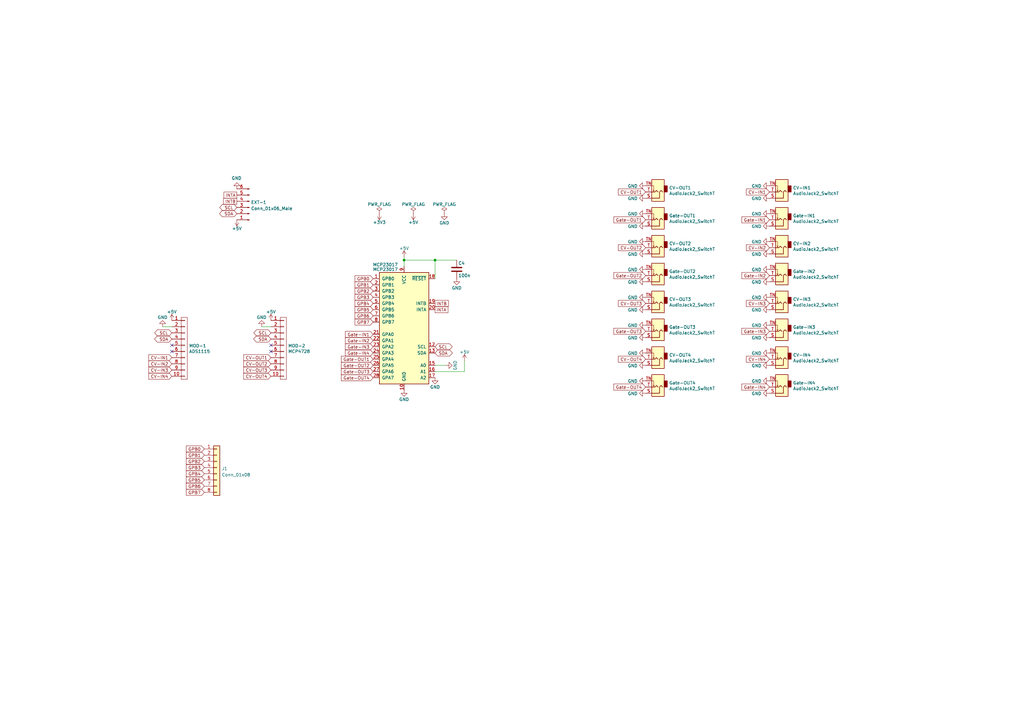
<source format=kicad_sch>
(kicad_sch (version 20211123) (generator eeschema)
  (paper "A3")
  (title_block (title "Zynthian Zynaptik circuit") (rev "0.1") (company "Zynthian"))
  (lib_symbols
    (symbol "Connector:AudioJack2_SwitchT"
      (property "Reference" "J" (at 0 8.89 0))
      (property "Value" "AudioJack2_SwitchT" (at 0 6.35 0))
      (symbol "AudioJack2_SwitchT_0_1"
        (rectangle (start -2.54 0) (end -3.81 -2.54) (stroke (width 0.254)) (fill (type outline)))
        (polyline (pts (xy 1.778 -0.254) (xy 2.032 -0.762)))
        (polyline (pts (xy 0 0) (xy 0.635 -0.635) (xy 1.27 0) (xy 2.54 0)) (stroke (width 0.254)))
        (polyline (pts (xy 2.54 -2.54) (xy 1.778 -2.54) (xy 1.778 -0.254) (xy 1.524 -0.762)))
        (polyline (pts (xy 2.54 2.54) (xy -0.635 2.54) (xy -0.635 0) (xy -1.27 -0.635) (xy -1.905 0)) (stroke (width 0.254)))
        (rectangle (start 2.54 3.81) (end -2.54 -5.08) (stroke (width 0.254)) (fill (type background)))
      )
      (symbol "AudioJack2_SwitchT_1_1"
        (pin passive line (at 5.08 2.54 180) (length 2.54) (name "~") (number "S"))
        (pin passive line (at 5.08 0 180) (length 2.54) (name "~") (number "T"))
        (pin passive line (at 5.08 -2.54 180) (length 2.54) (name "~") (number "TN"))
      )
    )
    (symbol "Connector:Conn_01x06_Male" (pin_names (offset 1.016) hide)
      (property "Reference" "J" (at 0 7.62 0))
      (property "Value" "Conn_01x06_Male" (at 0 -10.16 0))
      (symbol "Conn_01x06_Male_1_1"
        (polyline (pts (xy 1.27 -7.62) (xy 0.8636 -7.62)) (stroke (width 0.1524)))
        (polyline (pts (xy 1.27 -5.08) (xy 0.8636 -5.08)) (stroke (width 0.1524)))
        (polyline (pts (xy 1.27 -2.54) (xy 0.8636 -2.54)) (stroke (width 0.1524)))
        (polyline (pts (xy 1.27 0) (xy 0.8636 0)) (stroke (width 0.1524)))
        (polyline (pts (xy 1.27 2.54) (xy 0.8636 2.54)) (stroke (width 0.1524)))
        (polyline (pts (xy 1.27 5.08) (xy 0.8636 5.08)) (stroke (width 0.1524)))
        (rectangle (start 0.8636 -7.493) (end 0 -7.747) (stroke (width 0.1524)) (fill (type outline)))
        (rectangle (start 0.8636 -4.953) (end 0 -5.207) (stroke (width 0.1524)) (fill (type outline)))
        (rectangle (start 0.8636 -2.413) (end 0 -2.667) (stroke (width 0.1524)) (fill (type outline)))
        (rectangle (start 0.8636 0.127) (end 0 -0.127) (stroke (width 0.1524)) (fill (type outline)))
        (rectangle (start 0.8636 2.667) (end 0 2.413) (stroke (width 0.1524)) (fill (type outline)))
        (rectangle (start 0.8636 5.207) (end 0 4.953) (stroke (width 0.1524)) (fill (type outline)))
        (pin passive line (at 5.08 5.08 180) (length 3.81) (name "Pin_1") (number "1"))
        (pin passive line (at 5.08 2.54 180) (length 3.81) (name "Pin_2") (number "2"))
        (pin passive line (at 5.08 0 180) (length 3.81) (name "Pin_3") (number "3"))
        (pin passive line (at 5.08 -2.54 180) (length 3.81) (name "Pin_4") (number "4"))
        (pin passive line (at 5.08 -5.08 180) (length 3.81) (name "Pin_5") (number "5"))
        (pin passive line (at 5.08 -7.62 180) (length 3.81) (name "Pin_6") (number "6"))
      )
    )
    (symbol "Connector_Generic:Conn_01x08" (pin_names (offset 1.016) hide)
      (property "Reference" "J" (at 0 10.16 0))
      (property "Value" "Conn_01x08" (at 0 -12.7 0))
      (symbol "Conn_01x08_1_1"
        (rectangle (start -1.27 -10.033) (end 0 -10.287) (stroke (width 0.1524)))
        (rectangle (start -1.27 -7.493) (end 0 -7.747) (stroke (width 0.1524)))
        (rectangle (start -1.27 -4.953) (end 0 -5.207) (stroke (width 0.1524)))
        (rectangle (start -1.27 -2.413) (end 0 -2.667) (stroke (width 0.1524)))
        (rectangle (start -1.27 0.127) (end 0 -0.127) (stroke (width 0.1524)))
        (rectangle (start -1.27 2.667) (end 0 2.413) (stroke (width 0.1524)))
        (rectangle (start -1.27 5.207) (end 0 4.953) (stroke (width 0.1524)))
        (rectangle (start -1.27 7.747) (end 0 7.493) (stroke (width 0.1524)))
        (rectangle (start -1.27 8.89) (end 1.27 -11.43) (stroke (width 0.254)) (fill (type background)))
        (pin passive line (at -5.08 7.62 0) (length 3.81) (name "Pin_1") (number "1"))
        (pin passive line (at -5.08 5.08 0) (length 3.81) (name "Pin_2") (number "2"))
        (pin passive line (at -5.08 2.54 0) (length 3.81) (name "Pin_3") (number "3"))
        (pin passive line (at -5.08 0 0) (length 3.81) (name "Pin_4") (number "4"))
        (pin passive line (at -5.08 -2.54 0) (length 3.81) (name "Pin_5") (number "5"))
        (pin passive line (at -5.08 -5.08 0) (length 3.81) (name "Pin_6") (number "6"))
        (pin passive line (at -5.08 -7.62 0) (length 3.81) (name "Pin_7") (number "7"))
        (pin passive line (at -5.08 -10.16 0) (length 3.81) (name "Pin_8") (number "8"))
      )
    )
    (symbol "Zynface_V5-rescue:+3.3V-power1" (power) (pin_names (offset 0))
      (property "Value" "+3.3V-power1" (at 0 3.556 0))
      (symbol "+3.3V-power1_0_1"
        (polyline (pts (xy -0.762 1.27) (xy 0 2.54)))
        (polyline (pts (xy 0 0) (xy 0 2.54)))
        (polyline (pts (xy 0 2.54) (xy 0.762 1.27)))
      )
      (symbol "+3.3V-power1_1_1"
        (pin power_in line (at 0 0 90) (length 0) hide (name "+3V3") (number "1"))
      )
    )
    (symbol "Zynface_V5-rescue:+5V-power1" (power) (pin_names (offset 0))
      (property "Value" "+5V-power1" (at 0 3.556 0))
      (symbol "+5V-power1_0_1"
        (polyline (pts (xy -0.762 1.27) (xy 0 2.54)))
        (polyline (pts (xy 0 0) (xy 0 2.54)))
        (polyline (pts (xy 0 2.54) (xy 0.762 1.27)))
      )
      (symbol "+5V-power1_1_1"
        (pin power_in line (at 0 0 90) (length 0) hide (name "+5V") (number "1"))
      )
    )
    (symbol "Zynface_V5-rescue:C-device" (pin_numbers hide) (pin_names (offset 0.254))
      (property "Reference" "C" (at 0.635 2.54 0))
      (property "Value" "C-device" (at 0.635 -2.54 0))
      (symbol "C-device_0_1"
        (polyline (pts (xy -2.032 -0.762) (xy 2.032 -0.762)) (stroke (width 0.508)))
        (polyline (pts (xy -2.032 0.762) (xy 2.032 0.762)) (stroke (width 0.508)))
      )
      (symbol "C-device_1_1"
        (pin passive line (at 0 3.81 270) (length 2.794) (name "~") (number "1"))
        (pin passive line (at 0 -3.81 90) (length 2.794) (name "~") (number "2"))
      )
    )
    (symbol "Zynface_V5-rescue:CONN_01X10-conn" (pin_names (offset 1.016) hide)
      (property "Reference" "J" (at 0 13.97 0))
      (property "Value" "CONN_01X10-conn" (at 2.54 0 90))
      (symbol "CONN_01X10-conn_0_1"
        (rectangle (start -1.27 -11.303) (end 0.254 -11.557))
        (rectangle (start -1.27 -8.763) (end 0.254 -9.017))
        (rectangle (start -1.27 -6.223) (end 0.254 -6.477))
        (rectangle (start -1.27 -3.683) (end 0.254 -3.937))
        (rectangle (start -1.27 -1.143) (end 0.254 -1.397))
        (rectangle (start -1.27 1.397) (end 0.254 1.143))
        (rectangle (start -1.27 3.937) (end 0.254 3.683))
        (rectangle (start -1.27 6.477) (end 0.254 6.223))
        (rectangle (start -1.27 9.017) (end 0.254 8.763))
        (rectangle (start -1.27 11.557) (end 0.254 11.303))
        (rectangle (start -1.27 12.7) (end 1.27 -12.7))
      )
      (symbol "CONN_01X10-conn_1_1"
        (pin passive line (at -5.08 11.43 0) (length 3.81) (name "P1") (number "1"))
        (pin passive line (at -5.08 -11.43 0) (length 3.81) (name "P10") (number "10"))
        (pin passive line (at -5.08 8.89 0) (length 3.81) (name "P2") (number "2"))
        (pin passive line (at -5.08 6.35 0) (length 3.81) (name "P3") (number "3"))
        (pin passive line (at -5.08 3.81 0) (length 3.81) (name "P4") (number "4"))
        (pin passive line (at -5.08 1.27 0) (length 3.81) (name "P5") (number "5"))
        (pin passive line (at -5.08 -1.27 0) (length 3.81) (name "P6") (number "6"))
        (pin passive line (at -5.08 -3.81 0) (length 3.81) (name "P7") (number "7"))
        (pin passive line (at -5.08 -6.35 0) (length 3.81) (name "P8") (number "8"))
        (pin passive line (at -5.08 -8.89 0) (length 3.81) (name "P9") (number "9"))
      )
    )
    (symbol "Zynface_V5-rescue:GND-power1" (power) (pin_names (offset 0))
      (property "Value" "GND-power1" (at 0 -3.81 0))
      (symbol "GND-power1_0_1"
        (polyline (pts (xy 0 0) (xy 0 -1.27) (xy 1.27 -1.27) (xy 0 -2.54) (xy -1.27 -1.27) (xy 0 -1.27)))
      )
      (symbol "GND-power1_1_1"
        (pin power_in line (at 0 0 270) (length 0) hide (name "GND") (number "1"))
      )
    )
    (symbol "Zynface_V5-rescue:MCP23017-microchip" (pin_names (offset 1.016))
      (property "Reference" "U" (at -2.54 26.035 0))
      (property "Value" "MCP23017-microchip" (at -2.54 24.13 0))
      (symbol "MCP23017-microchip_0_1"
        (rectangle (start -10.16 22.86) (end 10.16 -22.86) (stroke (width 0.254)) (fill (type background)))
      )
      (symbol "MCP23017-microchip_1_1"
        (pin bidirectional line (at -12.7 20.32 0) (length 2.54) (name "GPB0") (number "1"))
        (pin power_in line (at 0 -25.4 90) (length 2.54) (name "GND") (number "10"))
        (pin input line (at 12.7 -7.62 180) (length 2.54) (name "SCL") (number "12"))
        (pin bidirectional line (at 12.7 -10.16 180) (length 2.54) (name "SDA") (number "13"))
        (pin input line (at 12.7 -15.24 180) (length 2.54) (name "A0") (number "15"))
        (pin input line (at 12.7 -17.78 180) (length 2.54) (name "A1") (number "16"))
        (pin input line (at 12.7 -20.32 180) (length 2.54) (name "A2") (number "17"))
        (pin input line (at 12.7 20.32 180) (length 2.54) (name "~{RESET}") (number "18"))
        (pin output line (at 12.7 10.16 180) (length 2.54) (name "INTB") (number "19"))
        (pin bidirectional line (at -12.7 17.78 0) (length 2.54) (name "GPB1") (number "2"))
        (pin output line (at 12.7 7.62 180) (length 2.54) (name "INTA") (number "20"))
        (pin bidirectional line (at -12.7 -2.54 0) (length 2.54) (name "GPA0") (number "21"))
        (pin bidirectional line (at -12.7 -5.08 0) (length 2.54) (name "GPA1") (number "22"))
        (pin bidirectional line (at -12.7 -7.62 0) (length 2.54) (name "GPA2") (number "23"))
        (pin bidirectional line (at -12.7 -10.16 0) (length 2.54) (name "GPA3") (number "24"))
        (pin bidirectional line (at -12.7 -12.7 0) (length 2.54) (name "GPA4") (number "25"))
        (pin bidirectional line (at -12.7 -15.24 0) (length 2.54) (name "GPA5") (number "26"))
        (pin bidirectional line (at -12.7 -17.78 0) (length 2.54) (name "GPA6") (number "27"))
        (pin bidirectional line (at -12.7 -20.32 0) (length 2.54) (name "GPA7") (number "28"))
        (pin bidirectional line (at -12.7 15.24 0) (length 2.54) (name "GPB2") (number "3"))
        (pin bidirectional line (at -12.7 12.7 0) (length 2.54) (name "GPB3") (number "4"))
        (pin bidirectional line (at -12.7 10.16 0) (length 2.54) (name "GPB4") (number "5"))
        (pin bidirectional line (at -12.7 7.62 0) (length 2.54) (name "GPB5") (number "6"))
        (pin bidirectional line (at -12.7 5.08 0) (length 2.54) (name "GPB6") (number "7"))
        (pin bidirectional line (at -12.7 2.54 0) (length 2.54) (name "GPB7") (number "8"))
        (pin power_in line (at 0 25.4 270) (length 2.54) (name "VCC") (number "9"))
      )
    )
    (symbol "Zynface_V5-rescue:PWR_FLAG-power1" (power) (pin_numbers hide) (pin_names (offset 0) hide)
      (property "Value" "PWR_FLAG-power1" (at 0 3.81 0))
      (symbol "PWR_FLAG-power1_0_0"
        (pin power_out line (at 0 0 90) (length 0) (name "pwr") (number "1"))
      )
      (symbol "PWR_FLAG-power1_0_1"
        (polyline (pts (xy 0 0) (xy 0 1.27) (xy -1.016 1.905) (xy 0 2.54) (xy 1.016 1.905) (xy 0 1.27)))
      )
    )
    (symbol "power:GND" (power) (pin_names (offset 0))
      (property "Value" "GND" (at 0 -3.81 0))
      (symbol "GND_0_1"
        (polyline (pts (xy 0 0) (xy 0 -1.27) (xy 1.27 -1.27) (xy 0 -2.54) (xy -1.27 -1.27) (xy 0 -1.27)))
      )
      (symbol "GND_1_1"
        (pin power_in line (at 0 0 270) (length 0) hide (name "GND") (number "1"))
      )
    )
  )
  (junction (at 165.735 106.68))
  (junction (at 178.435 106.68))
  (no_connect (at 111.125 144.145))
  (no_connect (at 70.485 144.145))
  (no_connect (at 70.485 141.605))
  (no_connect (at 111.125 141.605))
  (wire (pts (xy 178.435 149.86) (xy 182.88 149.86)))
  (wire (pts (xy 165.735 106.68) (xy 165.735 109.22)))
  (wire (pts (xy 165.735 105.41) (xy 165.735 106.68)))
  (wire (pts (xy 178.435 106.68) (xy 187.325 106.68)))
  (wire (pts (xy 107.315 133.985) (xy 111.125 133.985)))
  (wire (pts (xy 178.435 114.3) (xy 178.435 106.68)))
  (wire (pts (xy 165.735 106.68) (xy 178.435 106.68)))
  (wire (pts (xy 190.5 147.955) (xy 190.5 152.4)))
  (wire (pts (xy 66.675 133.985) (xy 70.485 133.985)))
  (wire (pts (xy 178.435 152.4) (xy 190.5 152.4)))
  (global_label "GPB5" (shape input) (at 153.035 127 180) (property "Referencias entre hojas" "${INTERSHEET_REFS}" (effects hide)))
  (global_label "CV-OUT3" (shape input) (at 111.125 151.765 180) (property "Referencias entre hojas" "${INTERSHEET_REFS}" (effects hide)))
  (global_label "GPB2" (shape input) (at 83.82 189.23 180) (property "Referencias entre hojas" "${INTERSHEET_REFS}" (effects hide)))
  (global_label "CV-OUT3" (shape input) (at 264.795 124.46 180) (property "Referencias entre hojas" "${INTERSHEET_REFS}" (effects hide)))
  (global_label "CV-OUT2" (shape input) (at 264.795 101.6 180) (property "Referencias entre hojas" "${INTERSHEET_REFS}" (effects hide)))
  (global_label "GPB7" (shape input) (at 83.82 201.93 180) (property "Referencias entre hojas" "${INTERSHEET_REFS}" (effects hide)))
  (global_label "GPB6" (shape input) (at 83.82 199.39 180) (property "Referencias entre hojas" "${INTERSHEET_REFS}" (effects hide)))
  (global_label "SDA" (shape bidirectional) (at 111.125 139.065 180) (property "Referencias entre hojas" "${INTERSHEET_REFS}" (effects hide)))
  (global_label "SCL" (shape bidirectional) (at 70.485 136.525 180) (property "Referencias entre hojas" "${INTERSHEET_REFS}" (effects hide)))
  (global_label "CV-IN1" (shape input) (at 315.595 78.74 180) (property "Referencias entre hojas" "${INTERSHEET_REFS}" (effects hide)))
  (global_label "GPB4" (shape input) (at 153.035 124.46 180) (property "Referencias entre hojas" "${INTERSHEET_REFS}" (effects hide)))
  (global_label "CV-IN2" (shape input) (at 70.485 149.225 180) (property "Referencias entre hojas" "${INTERSHEET_REFS}" (effects hide)))
  (global_label "GPB7" (shape input) (at 153.035 132.08 180) (property "Referencias entre hojas" "${INTERSHEET_REFS}" (effects hide)))
  (global_label "Gate-OUT3" (shape input) (at 264.795 135.89 180) (property "Referencias entre hojas" "${INTERSHEET_REFS}" (effects hide)))
  (global_label "GPB1" (shape input) (at 153.035 116.84 180) (property "Referencias entre hojas" "${INTERSHEET_REFS}" (effects hide)))
  (global_label "CV-OUT1" (shape input) (at 111.125 146.685 180) (property "Referencias entre hojas" "${INTERSHEET_REFS}" (effects hide)))
  (global_label "Gate-IN1" (shape input) (at 153.035 137.16 180) (property "Referencias entre hojas" "${INTERSHEET_REFS}" (effects hide)))
  (global_label "Gate-OUT1" (shape input) (at 153.035 147.32 180) (property "Referencias entre hojas" "${INTERSHEET_REFS}" (effects hide)))
  (global_label "SDA" (shape bidirectional) (at 178.435 144.78 0) (property "Referencias entre hojas" "${INTERSHEET_REFS}" (effects hide)))
  (global_label "CV-OUT2" (shape input) (at 111.125 149.225 180) (property "Referencias entre hojas" "${INTERSHEET_REFS}" (effects hide)))
  (global_label "Gate-OUT4" (shape input) (at 153.035 154.94 180) (property "Referencias entre hojas" "${INTERSHEET_REFS}" (effects hide)))
  (global_label "SCL" (shape bidirectional) (at 178.435 142.24 0) (property "Referencias entre hojas" "${INTERSHEET_REFS}" (effects hide)))
  (global_label "Gate-OUT2" (shape input) (at 153.035 149.86 180) (property "Referencias entre hojas" "${INTERSHEET_REFS}" (effects hide)))
  (global_label "Gate-OUT2" (shape input) (at 264.795 113.03 180) (property "Referencias entre hojas" "${INTERSHEET_REFS}" (effects hide)))
  (global_label "GPB0" (shape input) (at 153.035 114.3 180) (property "Referencias entre hojas" "${INTERSHEET_REFS}" (effects hide)))
  (global_label "Gate-OUT3" (shape input) (at 153.035 152.4 180) (property "Referencias entre hojas" "${INTERSHEET_REFS}" (effects hide)))
  (global_label "CV-OUT1" (shape input) (at 264.795 78.74 180) (property "Referencias entre hojas" "${INTERSHEET_REFS}" (effects hide)))
  (global_label "GPB3" (shape input) (at 153.035 121.92 180) (property "Referencias entre hojas" "${INTERSHEET_REFS}" (effects hide)))
  (global_label "GPB5" (shape input) (at 83.82 196.85 180) (property "Referencias entre hojas" "${INTERSHEET_REFS}" (effects hide)))
  (global_label "GPB4" (shape input) (at 83.82 194.31 180) (property "Referencias entre hojas" "${INTERSHEET_REFS}" (effects hide)))
  (global_label "Gate-IN3" (shape input) (at 153.035 142.24 180) (property "Referencias entre hojas" "${INTERSHEET_REFS}" (effects hide)))
  (global_label "GPB3" (shape input) (at 83.82 191.77 180) (property "Referencias entre hojas" "${INTERSHEET_REFS}" (effects hide)))
  (global_label "Gate-IN1" (shape input) (at 315.595 90.17 180) (property "Referencias entre hojas" "${INTERSHEET_REFS}" (effects hide)))
  (global_label "INTB" (shape passive) (at 97.155 82.55 180) (property "Referencias entre hojas" "${INTERSHEET_REFS}" (effects hide)))
  (global_label "Gate-OUT4" (shape input) (at 264.795 158.75 180) (property "Referencias entre hojas" "${INTERSHEET_REFS}" (effects hide)))
  (global_label "CV-IN3" (shape input) (at 315.595 124.46 180) (property "Referencias entre hojas" "${INTERSHEET_REFS}" (effects hide)))
  (global_label "GPB0" (shape input) (at 83.82 184.15 180) (property "Referencias entre hojas" "${INTERSHEET_REFS}" (effects hide)))
  (global_label "Gate-OUT1" (shape input) (at 264.795 90.17 180) (property "Referencias entre hojas" "${INTERSHEET_REFS}" (effects hide)))
  (global_label "SDA" (shape bidirectional) (at 97.155 87.63 180) (property "Referencias entre hojas" "${INTERSHEET_REFS}" (effects hide)))
  (global_label "Gate-IN4" (shape input) (at 153.035 144.78 180) (property "Referencias entre hojas" "${INTERSHEET_REFS}" (effects hide)))
  (global_label "INTA" (shape passive) (at 97.155 80.01 180) (property "Referencias entre hojas" "${INTERSHEET_REFS}" (effects hide)))
  (global_label "INTB" (shape passive) (at 178.435 124.46 0) (property "Referencias entre hojas" "${INTERSHEET_REFS}" (effects hide)))
  (global_label "SCL" (shape bidirectional) (at 97.155 85.09 180) (property "Referencias entre hojas" "${INTERSHEET_REFS}" (effects hide)))
  (global_label "Gate-IN2" (shape input) (at 153.035 139.7 180) (property "Referencias entre hojas" "${INTERSHEET_REFS}" (effects hide)))
  (global_label "CV-IN4" (shape input) (at 70.485 154.305 180) (property "Referencias entre hojas" "${INTERSHEET_REFS}" (effects hide)))
  (global_label "GPB2" (shape input) (at 153.035 119.38 180) (property "Referencias entre hojas" "${INTERSHEET_REFS}" (effects hide)))
  (global_label "SCL" (shape bidirectional) (at 111.125 136.525 180) (property "Referencias entre hojas" "${INTERSHEET_REFS}" (effects hide)))
  (global_label "Gate-IN2" (shape input) (at 315.595 113.03 180) (property "Referencias entre hojas" "${INTERSHEET_REFS}" (effects hide)))
  (global_label "CV-IN2" (shape input) (at 315.595 101.6 180) (property "Referencias entre hojas" "${INTERSHEET_REFS}" (effects hide)))
  (global_label "CV-IN4" (shape input) (at 315.595 147.32 180) (property "Referencias entre hojas" "${INTERSHEET_REFS}" (effects hide)))
  (global_label "SDA" (shape bidirectional) (at 70.485 139.065 180) (property "Referencias entre hojas" "${INTERSHEET_REFS}" (effects hide)))
  (global_label "INTA" (shape passive) (at 178.435 127 0) (property "Referencias entre hojas" "${INTERSHEET_REFS}" (effects hide)))
  (global_label "CV-IN3" (shape input) (at 70.485 151.765 180) (property "Referencias entre hojas" "${INTERSHEET_REFS}" (effects hide)))
  (global_label "GPB6" (shape input) (at 153.035 129.54 180) (property "Referencias entre hojas" "${INTERSHEET_REFS}" (effects hide)))
  (global_label "CV-IN1" (shape input) (at 70.485 146.685 180) (property "Referencias entre hojas" "${INTERSHEET_REFS}" (effects hide)))
  (global_label "Gate-IN4" (shape input) (at 315.595 158.75 180) (property "Referencias entre hojas" "${INTERSHEET_REFS}" (effects hide)))
  (global_label "GPB1" (shape input) (at 83.82 186.69 180) (property "Referencias entre hojas" "${INTERSHEET_REFS}" (effects hide)))
  (global_label "Gate-IN3" (shape input) (at 315.595 135.89 180) (property "Referencias entre hojas" "${INTERSHEET_REFS}" (effects hide)))
  (global_label "CV-OUT4" (shape input) (at 111.125 154.305 180) (property "Referencias entre hojas" "${INTERSHEET_REFS}" (effects hide)))
  (global_label "CV-OUT4" (shape input) (at 264.795 147.32 180) (property "Referencias entre hojas" "${INTERSHEET_REFS}" (effects hide)))
  (symbol (lib_id "Zynface_V5-rescue:GND-power1") (at 178.435 154.94 0) (unit 1)
    (property "Reference" "#PWR01" (effects hide))
    (property "Value" "GND" (at 178.435 158.75 0))
  )
  (symbol (lib_id "Zynface_V5-rescue:MCP23017-microchip") (at 165.735 134.62 0) (unit 1)
    (property "Reference" "MCP23017" (at 163.195 108.585 0) (effects (justify right)))
    (property "Value" "MCP23017" (at 163.195 110.49 0) (effects (justify right)))
    (property "Footprint" "Package_DIP:DIP-28_W7.62mm" (effects hide))
  )
  (symbol (lib_id "Zynface_V5-rescue:GND-power1") (at 165.735 160.02 0) (unit 1)
    (property "Reference" "#PWR02" (effects hide))
    (property "Value" "GND" (at 165.735 163.83 0))
  )
  (symbol (lib_id "Zynface_V5-rescue:GND-power1") (at 182.88 149.86 90) (unit 1)
    (property "Reference" "#PWR026" (effects hide))
    (property "Value" "GND" (at 186.69 149.86 0))
  )
  (symbol (lib_id "Zynface_V5-rescue:PWR_FLAG-power1") (at 169.545 87.63 0) (unit 1)
    (property "Reference" "#FLG017" (effects hide))
    (property "Value" "PWR_FLAG" (at 169.545 83.82 0))
  )
  (symbol (lib_id "Zynface_V5-rescue:PWR_FLAG-power1") (at 182.245 87.63 0) (unit 1)
    (property "Reference" "#FLG018" (effects hide))
    (property "Value" "PWR_FLAG" (at 182.245 83.82 0))
  )
  (symbol (lib_id "Zynface_V5-rescue:+5V-power1") (at 165.735 105.41 0) (unit 1)
    (property "Reference" "#PWR019" (effects hide))
    (property "Value" "+5V" (at 165.735 101.854 0))
  )
  (symbol (lib_id "Zynface_V5-rescue:+5V-power1") (at 169.545 87.63 180) (unit 1)
    (property "Reference" "#PWR020" (effects hide))
    (property "Value" "+5V" (at 169.545 91.186 0))
  )
  (symbol (lib_id "Zynface_V5-rescue:GND-power1") (at 182.245 87.63 0) (unit 1)
    (property "Reference" "#PWR021" (effects hide))
    (property "Value" "GND" (at 182.245 91.44 0))
  )
  (symbol (lib_id "Zynface_V5-rescue:PWR_FLAG-power1") (at 155.575 87.63 0) (unit 1)
    (property "Reference" "#FLG023" (effects hide))
    (property "Value" "PWR_FLAG" (at 155.575 83.82 0))
  )
  (symbol (lib_id "Zynface_V5-rescue:+3.3V-power1") (at 155.575 87.63 180) (unit 1)
    (property "Reference" "#PWR024" (effects hide))
    (property "Value" "+3.3V" (at 155.575 91.186 0))
  )
  (symbol (lib_id "Zynface_V5-rescue:C-device") (at 187.325 110.49 0) (unit 1)
    (property "Reference" "C4" (at 187.96 107.95 0) (effects (justify left)))
    (property "Value" "100n" (at 187.96 113.03 0) (effects (justify left)))
    (property "Footprint" "Capacitor_THT:C_Disc_D3.0mm_W1.6mm_P2.50mm" (effects hide))
  )
  (symbol (lib_id "Zynface_V5-rescue:GND-power1") (at 187.325 114.3 0) (unit 1)
    (property "Reference" "#PWR041" (effects hide))
    (property "Value" "GND" (at 187.325 118.11 0))
  )
  (symbol (lib_id "Zynface_V5-rescue:CONN_01X10-conn") (at 75.565 142.875 0) (unit 1)
    (property "Reference" "MOD-1" (at 77.5462 141.8336 0) (effects (justify left)))
    (property "Value" "ADS1115" (at 77.5462 144.145 0) (effects (justify left)))
    (property "Footprint" "Connector_PinHeader_2.54mm:PinHeader_1x10_P2.54mm_Vertical" (effects hide))
  )
  (symbol (lib_id "Zynface_V5-rescue:+5V-power1") (at 70.485 131.445 0) (unit 1)
    (property "Reference" "#PWR0105" (effects hide))
    (property "Value" "+5V" (at 70.485 127.889 0))
  )
  (symbol (lib_id "Zynface_V5-rescue:GND-power1") (at 66.675 133.985 180) (unit 1)
    (property "Reference" "#PWR0106" (effects hide))
    (property "Value" "GND" (at 66.675 130.175 0))
  )
  (symbol (lib_id "Zynface_V5-rescue:CONN_01X10-conn") (at 116.205 142.875 0) (unit 1)
    (property "Reference" "MOD-2" (at 118.1608 141.8336 0) (effects (justify left)))
    (property "Value" "MCP4728" (at 118.1608 144.145 0) (effects (justify left)))
    (property "Footprint" "Connector_PinHeader_2.54mm:PinHeader_1x10_P2.54mm_Vertical" (effects hide))
  )
  (symbol (lib_id "Zynface_V5-rescue:+5V-power1") (at 111.125 131.445 0) (unit 1)
    (property "Reference" "#PWR0107" (effects hide))
    (property "Value" "+5V" (at 111.125 127.889 0))
  )
  (symbol (lib_id "Zynface_V5-rescue:GND-power1") (at 107.315 133.985 180) (unit 1)
    (property "Reference" "#PWR0108" (effects hide))
    (property "Value" "GND" (at 107.315 130.175 0))
  )
  (symbol (lib_id "power:GND") (at 315.595 110.49 270) (unit 1)
    (property "Reference" "#PWR0102" (effects hide))
    (property "Value" "GND" (at 312.3438 110.617 90) (effects (justify right)))
  )
  (symbol (lib_id "power:GND") (at 315.595 133.35 270) (unit 1)
    (property "Reference" "#PWR033" (effects hide))
    (property "Value" "GND" (at 312.3438 133.477 90) (effects (justify right)))
  )
  (symbol (lib_id "power:GND") (at 315.595 81.28 270) (unit 1)
    (property "Reference" "#PWR025" (effects hide))
    (property "Value" "GND" (at 312.3438 81.407 90) (effects (justify right)))
  )
  (symbol (lib_id "Connector:AudioJack2_SwitchT") (at 320.675 124.46 180) (unit 1)
    (property "Reference" "CV-IN3" (at 325.247 122.7582 0) (effects (justify right)))
    (property "Value" "AudioJack2_SwitchT" (at 325.247 125.0696 0) (effects (justify right)))
    (property "Footprint" "Connector_Audio:Jack_3.5mm_QingPu_WQP-PJ398SM_Vertical_CircularHoles" (effects hide))
  )
  (symbol (lib_id "Connector_Generic:Conn_01x08") (at 88.9 191.77 0) (unit 1)
    (property "Reference" "J1" (at 90.932 192.2053 0) (effects (justify left)))
    (property "Value" "Conn_01x08" (at 90.932 194.7422 0) (effects (justify left)))
    (property "Footprint" "Connector_PinHeader_2.54mm:PinHeader_1x08_P2.54mm_Vertical" (effects hide))
  )
  (symbol (lib_id "Connector:AudioJack2_SwitchT") (at 269.875 147.32 180) (unit 1)
    (property "Reference" "CV-OUT4" (at 274.447 145.6182 0) (effects (justify right)))
    (property "Value" "AudioJack2_SwitchT" (at 274.447 147.9296 0) (effects (justify right)))
    (property "Footprint" "Connector_Audio:Jack_3.5mm_QingPu_WQP-PJ398SM_Vertical_CircularHoles" (effects hide))
  )
  (symbol (lib_id "power:GND") (at 264.795 110.49 270) (unit 1)
    (property "Reference" "#PWR011" (effects hide))
    (property "Value" "GND" (at 261.5438 110.617 90) (effects (justify right)))
  )
  (symbol (lib_id "Connector:AudioJack2_SwitchT") (at 320.675 135.89 180) (unit 1)
    (property "Reference" "Gate-IN3" (at 325.247 134.1882 0) (effects (justify right)))
    (property "Value" "AudioJack2_SwitchT" (at 325.247 136.4996 0) (effects (justify right)))
    (property "Footprint" "Connector_Audio:Jack_3.5mm_QingPu_WQP-PJ398SM_Vertical_CircularHoles" (effects hide))
  )
  (symbol (lib_id "Connector:Conn_01x06_Male") (at 102.235 85.09 180) (unit 1)
    (property "Reference" "EXT-1" (at 102.9462 82.9853 0) (effects (justify right)))
    (property "Value" "Conn_01x06_Male" (at 102.9462 85.5222 0) (effects (justify right)))
    (property "Footprint" "Connector_JST:JST_XH_B6B-XH-A_1x06_P2.50mm_Vertical" (effects hide))
  )
  (symbol (lib_id "Connector:AudioJack2_SwitchT") (at 269.875 124.46 180) (unit 1)
    (property "Reference" "CV-OUT3" (at 274.447 122.7582 0) (effects (justify right)))
    (property "Value" "AudioJack2_SwitchT" (at 274.447 125.0696 0) (effects (justify right)))
    (property "Footprint" "Connector_Audio:Jack_3.5mm_QingPu_WQP-PJ398SM_Vertical_CircularHoles" (effects hide))
  )
  (symbol (lib_id "power:GND") (at 264.795 161.29 270) (unit 1)
    (property "Reference" "#PWR022" (effects hide))
    (property "Value" "GND" (at 261.5438 161.417 90) (effects (justify right)))
  )
  (symbol (lib_id "Connector:AudioJack2_SwitchT") (at 320.675 158.75 180) (unit 1)
    (property "Reference" "Gate-IN4" (at 325.247 157.0482 0) (effects (justify right)))
    (property "Value" "AudioJack2_SwitchT" (at 325.247 159.3596 0) (effects (justify right)))
    (property "Footprint" "Connector_Audio:Jack_3.5mm_QingPu_WQP-PJ398SM_Vertical_CircularHoles" (effects hide))
  )
  (symbol (lib_id "power:GND") (at 264.795 92.71 270) (unit 1)
    (property "Reference" "#PWR08" (effects hide))
    (property "Value" "GND" (at 261.5438 92.837 90) (effects (justify right)))
  )
  (symbol (lib_id "power:GND") (at 264.795 156.21 270) (unit 1)
    (property "Reference" "#PWR018" (effects hide))
    (property "Value" "GND" (at 261.5438 156.337 90) (effects (justify right)))
  )
  (symbol (lib_id "power:GND") (at 97.155 77.47 180) (unit 1)
    (property "Reference" "#PWR03" (effects hide))
    (property "Value" "GND" (at 97.028 73.0758 0))
  )
  (symbol (lib_id "Connector:AudioJack2_SwitchT") (at 269.875 101.6 180) (unit 1)
    (property "Reference" "CV-OUT2" (at 274.447 99.8982 0) (effects (justify right)))
    (property "Value" "AudioJack2_SwitchT" (at 274.447 102.2096 0) (effects (justify right)))
    (property "Footprint" "Connector_Audio:Jack_3.5mm_QingPu_WQP-PJ398SM_Vertical_CircularHoles" (effects hide))
  )
  (symbol (lib_id "Zynface_V5-rescue:+5V-power1") (at 190.5 147.955 0) (unit 1)
    (property "Reference" "#PWR04" (effects hide))
    (property "Value" "+5V" (at 190.5 144.399 0))
  )
  (symbol (lib_id "power:GND") (at 315.595 138.43 270) (unit 1)
    (property "Reference" "#PWR034" (effects hide))
    (property "Value" "GND" (at 312.3438 138.557 90) (effects (justify right)))
  )
  (symbol (lib_id "Zynface_V5-rescue:+5V-power1") (at 97.155 90.17 180) (unit 1)
    (property "Reference" "#PWR0101" (effects hide))
    (property "Value" "+5V" (at 97.155 93.726 0))
  )
  (symbol (lib_id "Connector:AudioJack2_SwitchT") (at 269.875 135.89 180) (unit 1)
    (property "Reference" "Gate-OUT3" (at 274.447 134.1882 0) (effects (justify right)))
    (property "Value" "AudioJack2_SwitchT" (at 274.447 136.4996 0) (effects (justify right)))
    (property "Footprint" "Connector_Audio:Jack_3.5mm_QingPu_WQP-PJ398SM_Vertical_CircularHoles" (effects hide))
  )
  (symbol (lib_id "power:GND") (at 264.795 144.78 270) (unit 1)
    (property "Reference" "#PWR016" (effects hide))
    (property "Value" "GND" (at 261.5438 144.907 90) (effects (justify right)))
  )
  (symbol (lib_id "Connector:AudioJack2_SwitchT") (at 320.675 101.6 180) (unit 1)
    (property "Reference" "CV-IN2" (at 325.247 99.8982 0) (effects (justify right)))
    (property "Value" "AudioJack2_SwitchT" (at 325.247 102.2096 0) (effects (justify right)))
    (property "Footprint" "Connector_Audio:Jack_3.5mm_QingPu_WQP-PJ398SM_Vertical_CircularHoles" (effects hide))
  )
  (symbol (lib_id "power:GND") (at 315.595 127 270) (unit 1)
    (property "Reference" "#PWR032" (effects hide))
    (property "Value" "GND" (at 312.3438 127.127 90) (effects (justify right)))
  )
  (symbol (lib_id "power:GND") (at 315.595 115.57 270) (unit 1)
    (property "Reference" "#PWR031" (effects hide))
    (property "Value" "GND" (at 312.3438 115.697 90) (effects (justify right)))
  )
  (symbol (lib_id "Connector:AudioJack2_SwitchT") (at 320.675 90.17 180) (unit 1)
    (property "Reference" "Gate-IN1" (at 325.247 88.4682 0) (effects (justify right)))
    (property "Value" "AudioJack2_SwitchT" (at 325.247 90.7796 0) (effects (justify right)))
    (property "Footprint" "Connector_Audio:Jack_3.5mm_QingPu_WQP-PJ398SM_Vertical_CircularHoles" (effects hide))
  )
  (symbol (lib_id "Connector:AudioJack2_SwitchT") (at 320.675 113.03 180) (unit 1)
    (property "Reference" "Gate-IN2" (at 325.247 111.3282 0) (effects (justify right)))
    (property "Value" "AudioJack2_SwitchT" (at 325.247 113.6396 0) (effects (justify right)))
    (property "Footprint" "Connector_Audio:Jack_3.5mm_QingPu_WQP-PJ398SM_Vertical_CircularHoles" (effects hide))
  )
  (symbol (lib_id "power:GND") (at 264.795 104.14 270) (unit 1)
    (property "Reference" "#PWR010" (effects hide))
    (property "Value" "GND" (at 261.5438 104.267 90) (effects (justify right)))
  )
  (symbol (lib_id "power:GND") (at 264.795 127 270) (unit 1)
    (property "Reference" "#PWR013" (effects hide))
    (property "Value" "GND" (at 261.5438 127.127 90) (effects (justify right)))
  )
  (symbol (lib_id "Connector:AudioJack2_SwitchT") (at 269.875 90.17 180) (unit 1)
    (property "Reference" "Gate-OUT1" (at 274.447 88.4682 0) (effects (justify right)))
    (property "Value" "AudioJack2_SwitchT" (at 274.447 90.7796 0) (effects (justify right)))
    (property "Footprint" "Connector_Audio:Jack_3.5mm_QingPu_WQP-PJ398SM_Vertical_CircularHoles" (effects hide))
  )
  (symbol (lib_id "power:GND") (at 315.595 149.86 270) (unit 1)
    (property "Reference" "#PWR036" (effects hide))
    (property "Value" "GND" (at 312.3438 149.987 90) (effects (justify right)))
  )
  (symbol (lib_id "Connector:AudioJack2_SwitchT") (at 269.875 158.75 180) (unit 1)
    (property "Reference" "Gate-OUT4" (at 274.447 157.0482 0) (effects (justify right)))
    (property "Value" "AudioJack2_SwitchT" (at 274.447 159.3596 0) (effects (justify right)))
    (property "Footprint" "Connector_Audio:Jack_3.5mm_QingPu_WQP-PJ398SM_Vertical_CircularHoles" (effects hide))
  )
  (symbol (lib_id "power:GND") (at 315.595 87.63 270) (unit 1)
    (property "Reference" "#PWR027" (effects hide))
    (property "Value" "GND" (at 312.3438 87.757 90) (effects (justify right)))
  )
  (symbol (lib_id "power:GND") (at 264.795 121.92 270) (unit 1)
    (property "Reference" "#PWR0104" (effects hide))
    (property "Value" "GND" (at 261.5438 122.047 90) (effects (justify right)))
  )
  (symbol (lib_id "power:GND") (at 264.795 87.63 270) (unit 1)
    (property "Reference" "#PWR07" (effects hide))
    (property "Value" "GND" (at 261.5438 87.757 90) (effects (justify right)))
  )
  (symbol (lib_id "power:GND") (at 264.795 76.2 270) (unit 1)
    (property "Reference" "#PWR05" (effects hide))
    (property "Value" "GND" (at 261.5438 76.327 90) (effects (justify right)))
  )
  (symbol (lib_id "power:GND") (at 315.595 92.71 270) (unit 1)
    (property "Reference" "#PWR028" (effects hide))
    (property "Value" "GND" (at 312.3438 92.837 90) (effects (justify right)))
  )
  (symbol (lib_id "Connector:AudioJack2_SwitchT") (at 320.675 147.32 180) (unit 1)
    (property "Reference" "CV-IN4" (at 325.247 145.6182 0) (effects (justify right)))
    (property "Value" "AudioJack2_SwitchT" (at 325.247 147.9296 0) (effects (justify right)))
    (property "Footprint" "Connector_Audio:Jack_3.5mm_QingPu_WQP-PJ398SM_Vertical_CircularHoles" (effects hide))
  )
  (symbol (lib_id "power:GND") (at 264.795 115.57 270) (unit 1)
    (property "Reference" "#PWR012" (effects hide))
    (property "Value" "GND" (at 261.5438 115.697 90) (effects (justify right)))
  )
  (symbol (lib_id "Connector:AudioJack2_SwitchT") (at 320.675 78.74 180) (unit 1)
    (property "Reference" "CV-IN1" (at 325.247 77.0382 0) (effects (justify right)))
    (property "Value" "AudioJack2_SwitchT" (at 325.247 79.3496 0) (effects (justify right)))
    (property "Footprint" "Connector_Audio:Jack_3.5mm_QingPu_WQP-PJ398SM_Vertical_CircularHoles" (effects hide))
  )
  (symbol (lib_id "power:GND") (at 264.795 149.86 270) (unit 1)
    (property "Reference" "#PWR017" (effects hide))
    (property "Value" "GND" (at 261.5438 149.987 90) (effects (justify right)))
  )
  (symbol (lib_id "power:GND") (at 264.795 138.43 270) (unit 1)
    (property "Reference" "#PWR015" (effects hide))
    (property "Value" "GND" (at 261.5438 138.557 90) (effects (justify right)))
  )
  (symbol (lib_id "power:GND") (at 264.795 133.35 270) (unit 1)
    (property "Reference" "#PWR014" (effects hide))
    (property "Value" "GND" (at 261.5438 133.477 90) (effects (justify right)))
  )
  (symbol (lib_id "power:GND") (at 315.595 161.29 270) (unit 1)
    (property "Reference" "#PWR038" (effects hide))
    (property "Value" "GND" (at 312.3438 161.417 90) (effects (justify right)))
  )
  (symbol (lib_id "power:GND") (at 264.795 99.06 270) (unit 1)
    (property "Reference" "#PWR09" (effects hide))
    (property "Value" "GND" (at 261.5438 99.187 90) (effects (justify right)))
  )
  (symbol (lib_id "power:GND") (at 315.595 121.92 270) (unit 1)
    (property "Reference" "#PWR0103" (effects hide))
    (property "Value" "GND" (at 312.3438 122.047 90) (effects (justify right)))
  )
  (symbol (lib_id "Connector:AudioJack2_SwitchT") (at 269.875 78.74 180) (unit 1)
    (property "Reference" "CV-OUT1" (at 274.447 77.0382 0) (effects (justify right)))
    (property "Value" "AudioJack2_SwitchT" (at 274.447 79.3496 0) (effects (justify right)))
    (property "Footprint" "Connector_Audio:Jack_3.5mm_QingPu_WQP-PJ398SM_Vertical_CircularHoles" (effects hide))
  )
  (symbol (lib_id "power:GND") (at 315.595 144.78 270) (unit 1)
    (property "Reference" "#PWR035" (effects hide))
    (property "Value" "GND" (at 312.3438 144.907 90) (effects (justify right)))
  )
  (symbol (lib_id "power:GND") (at 264.795 81.28 270) (unit 1)
    (property "Reference" "#PWR06" (effects hide))
    (property "Value" "GND" (at 261.5438 81.407 90) (effects (justify right)))
  )
  (symbol (lib_id "power:GND") (at 315.595 156.21 270) (unit 1)
    (property "Reference" "#PWR037" (effects hide))
    (property "Value" "GND" (at 312.3438 156.337 90) (effects (justify right)))
  )
  (symbol (lib_id "Connector:AudioJack2_SwitchT") (at 269.875 113.03 180) (unit 1)
    (property "Reference" "Gate-OUT2" (at 274.447 111.3282 0) (effects (justify right)))
    (property "Value" "AudioJack2_SwitchT" (at 274.447 113.6396 0) (effects (justify right)))
    (property "Footprint" "Connector_Audio:Jack_3.5mm_QingPu_WQP-PJ398SM_Vertical_CircularHoles" (effects hide))
  )
  (symbol (lib_id "power:GND") (at 315.595 99.06 270) (unit 1)
    (property "Reference" "#PWR029" (effects hide))
    (property "Value" "GND" (at 312.3438 99.187 90) (effects (justify right)))
  )
  (symbol (lib_id "power:GND") (at 315.595 104.14 270) (unit 1)
    (property "Reference" "#PWR030" (effects hide))
    (property "Value" "GND" (at 312.3438 104.267 90) (effects (justify right)))
  )
  (symbol (lib_id "power:GND") (at 315.595 76.2 270) (unit 1)
    (property "Reference" "#PWR023" (effects hide))
    (property "Value" "GND" (at 312.3438 76.327 90) (effects (justify right)))
  )
)
</source>
